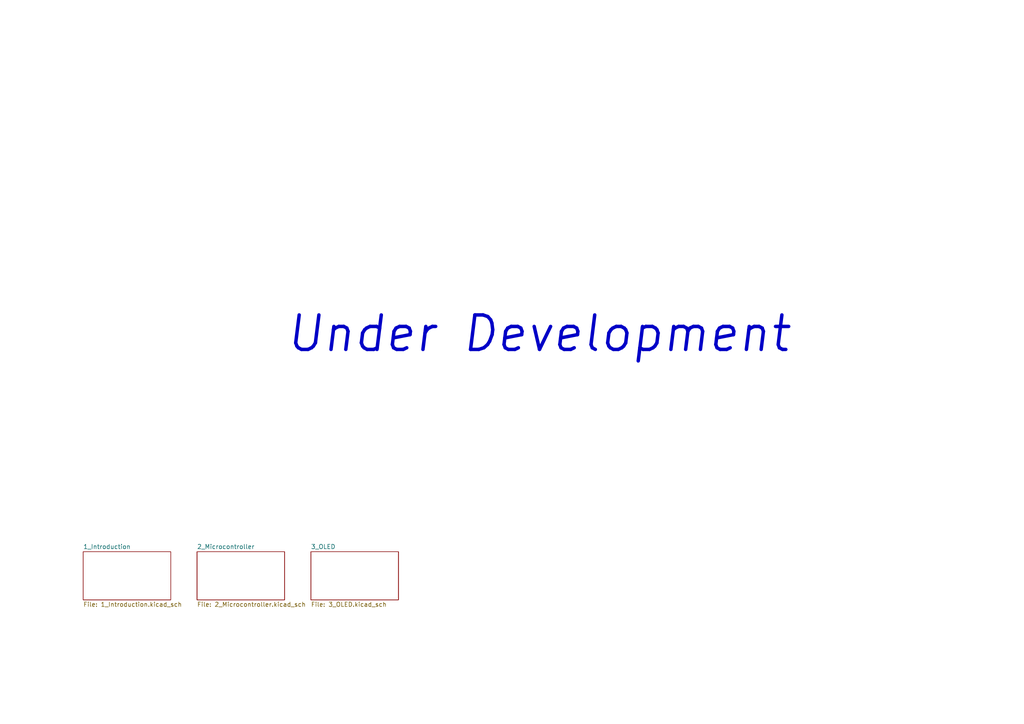
<source format=kicad_sch>
(kicad_sch (version 20211123) (generator eeschema)
  (paper "A4")
  (lib_symbols)
  (text "Under Development" (at 82.55 102.87 0) (effects (font (size 10 10) (thickness 1) bold italic) (justify left bottom)))
  (sheet (at 24.13 160.02) (size 25.4 13.97) (stroke (width 0.1524))
    (property "Sheet name" "1_Introduction" (at 24.13 159.3084 0) (effects (justify left bottom)))
    (property "Sheet file" "1_Introduction.kicad_sch" (at 24.13 174.5746 0) (effects (justify left top)))
  )
  (sheet (at 90.17 160.02) (size 25.4 13.97) (stroke (width 0.1524))
    (property "Sheet name" "3_OLED" (at 90.17 159.3084 0) (effects (justify left bottom)))
    (property "Sheet file" "3_OLED.kicad_sch" (at 90.17 174.5746 0) (effects (justify left top)))
  )
  (sheet (at 57.15 160.02) (size 25.4 13.97) (stroke (width 0.1524))
    (property "Sheet name" "2_Microcontroller" (at 57.15 159.3084 0) (effects (justify left bottom)))
    (property "Sheet file" "2_Microcontroller.kicad_sch" (at 57.15 174.5746 0) (effects (justify left top)))
  )
)
</source>
